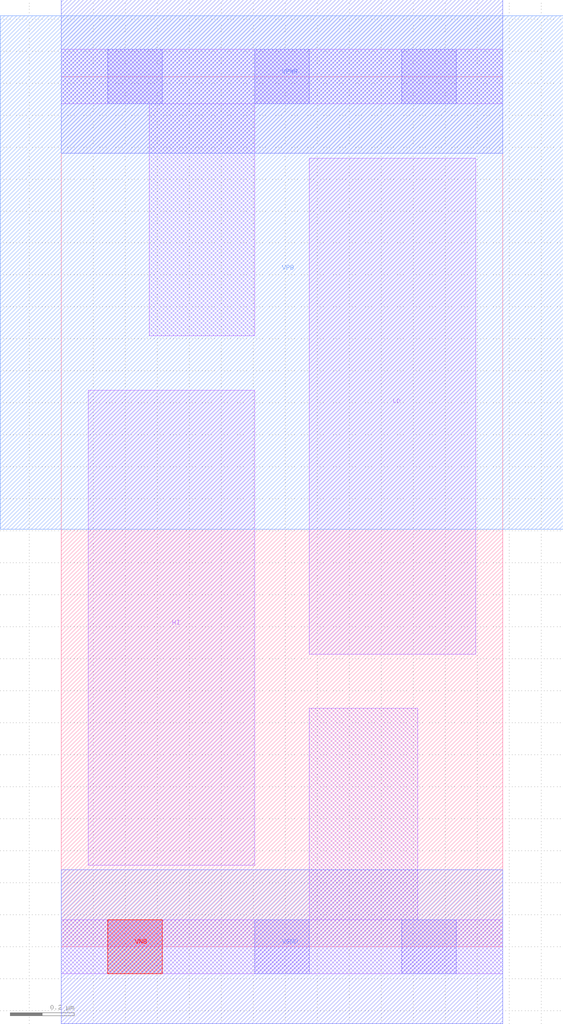
<source format=lef>
# Copyright 2020 The SkyWater PDK Authors
#
# Licensed under the Apache License, Version 2.0 (the "License");
# you may not use this file except in compliance with the License.
# You may obtain a copy of the License at
#
#     https://www.apache.org/licenses/LICENSE-2.0
#
# Unless required by applicable law or agreed to in writing, software
# distributed under the License is distributed on an "AS IS" BASIS,
# WITHOUT WARRANTIES OR CONDITIONS OF ANY KIND, either express or implied.
# See the License for the specific language governing permissions and
# limitations under the License.
#
# SPDX-License-Identifier: Apache-2.0

VERSION 5.7 ;
  NOWIREEXTENSIONATPIN ON ;
  DIVIDERCHAR "/" ;
  BUSBITCHARS "[]" ;
MACRO sky130_fd_sc_hd__conb_1
  CLASS CORE ;
  FOREIGN sky130_fd_sc_hd__conb_1 ;
  ORIGIN  0.000000  0.000000 ;
  SIZE  1.380000 BY  2.720000 ;
  SYMMETRY X Y R90 ;
  SITE unithd ;
  PIN HI
    DIRECTION OUTPUT ;
    USE SIGNAL ;
    PORT
      LAYER li1 ;
        RECT 0.085000 0.255000 0.605000 1.740000 ;
    END
  END HI
  PIN LO
    DIRECTION OUTPUT ;
    USE SIGNAL ;
    PORT
      LAYER li1 ;
        RECT 0.775000 0.915000 1.295000 2.465000 ;
    END
  END LO
  PIN VGND
    DIRECTION INOUT ;
    SHAPE ABUTMENT ;
    USE GROUND ;
    PORT
      LAYER met1 ;
        RECT 0.000000 -0.240000 1.380000 0.240000 ;
    END
  END VGND
  PIN VNB
    DIRECTION INOUT ;
    USE GROUND ;
    PORT
      LAYER pwell ;
        RECT 0.145000 -0.085000 0.315000 0.085000 ;
    END
  END VNB
  PIN VPB
    DIRECTION INOUT ;
    USE POWER ;
    PORT
      LAYER nwell ;
        RECT -0.190000 1.305000 1.570000 2.910000 ;
    END
  END VPB
  PIN VPWR
    DIRECTION INOUT ;
    SHAPE ABUTMENT ;
    USE POWER ;
    PORT
      LAYER met1 ;
        RECT 0.000000 2.480000 1.380000 2.960000 ;
    END
  END VPWR
  OBS
    LAYER li1 ;
      RECT 0.000000 -0.085000 1.380000 0.085000 ;
      RECT 0.000000  2.635000 1.380000 2.805000 ;
      RECT 0.275000  1.910000 0.605000 2.635000 ;
      RECT 0.775000  0.085000 1.115000 0.745000 ;
    LAYER mcon ;
      RECT 0.145000 -0.085000 0.315000 0.085000 ;
      RECT 0.145000  2.635000 0.315000 2.805000 ;
      RECT 0.605000 -0.085000 0.775000 0.085000 ;
      RECT 0.605000  2.635000 0.775000 2.805000 ;
      RECT 1.065000 -0.085000 1.235000 0.085000 ;
      RECT 1.065000  2.635000 1.235000 2.805000 ;
  END
END sky130_fd_sc_hd__conb_1
END LIBRARY

</source>
